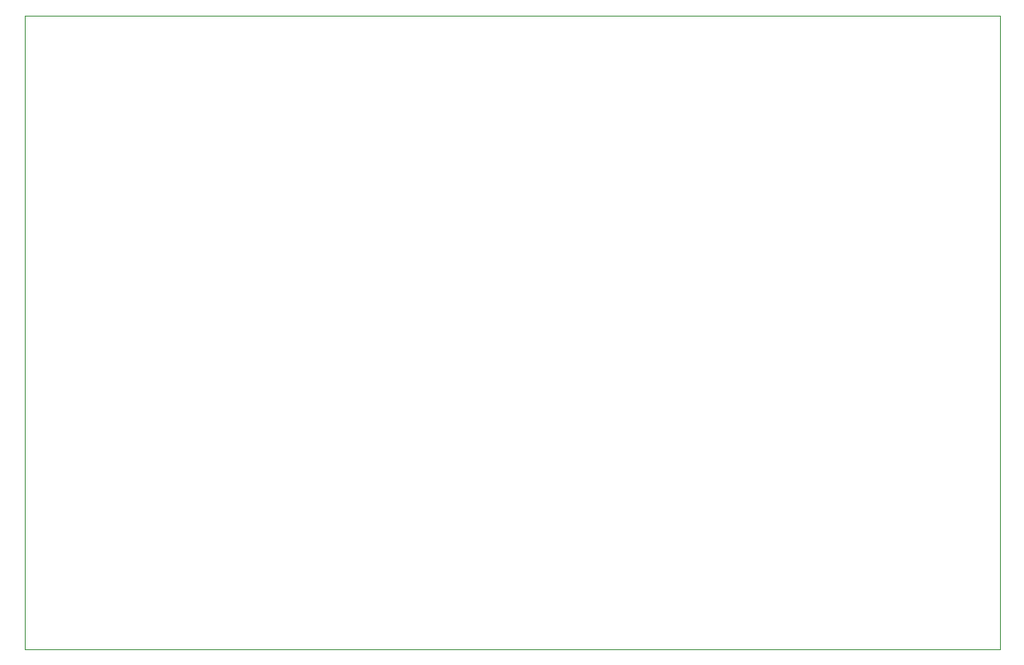
<source format=gbr>
%TF.GenerationSoftware,KiCad,Pcbnew,(5.1.10)-1*%
%TF.CreationDate,2022-02-13T15:12:39-05:00*%
%TF.ProjectId,dispenser,64697370-656e-4736-9572-2e6b69636164,rev?*%
%TF.SameCoordinates,Original*%
%TF.FileFunction,Profile,NP*%
%FSLAX46Y46*%
G04 Gerber Fmt 4.6, Leading zero omitted, Abs format (unit mm)*
G04 Created by KiCad (PCBNEW (5.1.10)-1) date 2022-02-13 15:12:39*
%MOMM*%
%LPD*%
G01*
G04 APERTURE LIST*
%TA.AperFunction,Profile*%
%ADD10C,0.050000*%
%TD*%
G04 APERTURE END LIST*
D10*
X81800000Y-58000000D02*
X181600000Y-58000000D01*
X81800000Y-122800000D02*
X81800000Y-58000000D01*
X181600000Y-122800000D02*
X81800000Y-122800000D01*
X181600000Y-58000000D02*
X181600000Y-122800000D01*
M02*

</source>
